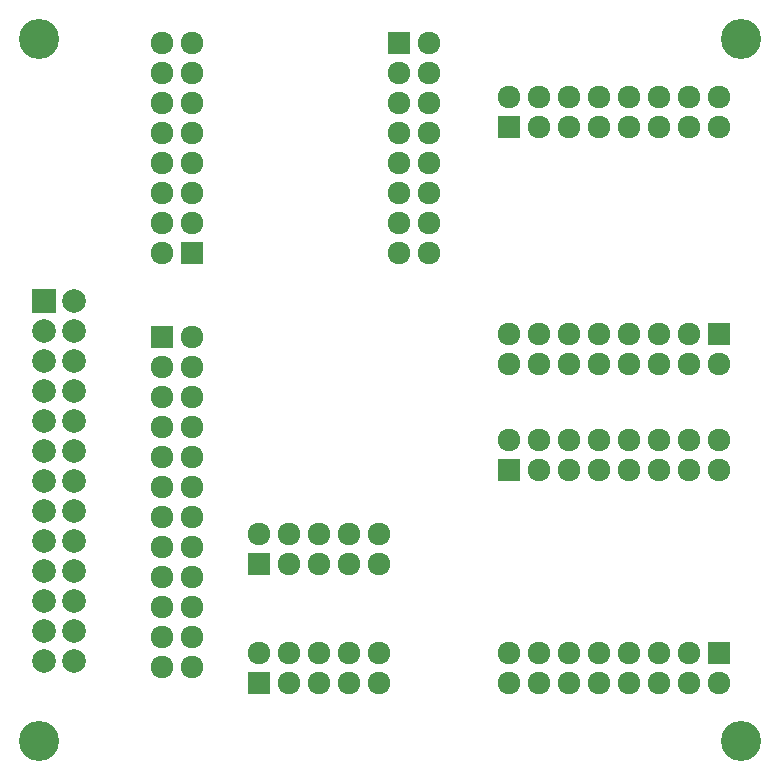
<source format=gbs>
%FSLAX34Y34*%
G04 Gerber Fmt 3.4, Leading zero omitted, Abs format*
G04 (created by PCBNEW (2014-04-07 BZR 4791)-product) date Tue 13 May 2014 05:09:50 PM CEST*
%MOIN*%
G01*
G70*
G90*
G04 APERTURE LIST*
%ADD10C,0.003937*%
%ADD11R,0.075874X0.075874*%
%ADD12O,0.075874X0.075874*%
%ADD13C,0.133874*%
%ADD14R,0.078740X0.078740*%
%ADD15C,0.078740*%
G04 APERTURE END LIST*
G54D10*
G54D11*
X36720Y-37751D03*
G54D12*
X35720Y-37751D03*
X36720Y-36751D03*
X35720Y-36751D03*
X36720Y-35751D03*
X35720Y-35751D03*
X36720Y-34751D03*
X35720Y-34751D03*
X36720Y-33751D03*
X35720Y-33751D03*
X36720Y-32751D03*
X35720Y-32751D03*
X36720Y-31751D03*
X35720Y-31751D03*
X36720Y-30751D03*
X35720Y-30751D03*
G54D11*
X43594Y-30751D03*
G54D12*
X44594Y-30751D03*
X43594Y-31751D03*
X44594Y-31751D03*
X43594Y-32751D03*
X44594Y-32751D03*
X43594Y-33751D03*
X44594Y-33751D03*
X43594Y-34751D03*
X44594Y-34751D03*
X43594Y-35751D03*
X44594Y-35751D03*
X43594Y-36751D03*
X44594Y-36751D03*
X43594Y-37751D03*
X44594Y-37751D03*
G54D11*
X47287Y-33570D03*
G54D12*
X47287Y-32570D03*
X48287Y-33570D03*
X48287Y-32570D03*
X49287Y-33570D03*
X49287Y-32570D03*
X50287Y-33570D03*
X50287Y-32570D03*
X51287Y-33570D03*
X51287Y-32570D03*
X52287Y-33570D03*
X52287Y-32570D03*
X53287Y-33570D03*
X53287Y-32570D03*
X54287Y-33570D03*
X54287Y-32570D03*
G54D11*
X54287Y-40444D03*
G54D12*
X54287Y-41444D03*
X53287Y-40444D03*
X53287Y-41444D03*
X52287Y-40444D03*
X52287Y-41444D03*
X51287Y-40444D03*
X51287Y-41444D03*
X50287Y-40444D03*
X50287Y-41444D03*
X49287Y-40444D03*
X49287Y-41444D03*
X48287Y-40444D03*
X48287Y-41444D03*
X47287Y-40444D03*
X47287Y-41444D03*
G54D11*
X35720Y-40562D03*
G54D12*
X36720Y-40562D03*
X35720Y-41562D03*
X36720Y-41562D03*
X35720Y-42562D03*
X36720Y-42562D03*
X35720Y-43562D03*
X36720Y-43562D03*
X35720Y-44562D03*
X36720Y-44562D03*
X35720Y-45562D03*
X36720Y-45562D03*
X35720Y-46562D03*
X36720Y-46562D03*
X35720Y-47562D03*
X36720Y-47562D03*
X35720Y-48562D03*
X36720Y-48562D03*
X35720Y-49562D03*
X36720Y-49562D03*
X35720Y-50562D03*
X36720Y-50562D03*
X35720Y-51562D03*
X36720Y-51562D03*
G54D13*
X31594Y-54035D03*
X55019Y-54035D03*
G54D11*
X38944Y-52074D03*
G54D12*
X38944Y-51074D03*
X39944Y-52074D03*
X39944Y-51074D03*
X40944Y-52074D03*
X40944Y-51074D03*
X41944Y-52074D03*
X41944Y-51074D03*
X42944Y-52074D03*
X42944Y-51074D03*
G54D13*
X31594Y-30610D03*
X55019Y-30610D03*
G54D14*
X31783Y-39370D03*
G54D15*
X32783Y-39370D03*
X31783Y-40370D03*
X32783Y-40370D03*
X31783Y-41370D03*
X32783Y-41370D03*
X31783Y-42370D03*
X32783Y-42370D03*
X31783Y-43370D03*
X32783Y-43370D03*
X31783Y-44370D03*
X32783Y-44370D03*
X31783Y-45370D03*
X32783Y-45370D03*
X31783Y-46370D03*
X32783Y-46370D03*
X31783Y-47370D03*
X32783Y-47370D03*
X31783Y-48370D03*
X32783Y-48370D03*
X31783Y-49370D03*
X32783Y-49370D03*
X31783Y-50370D03*
X32783Y-50370D03*
X31783Y-51370D03*
X32783Y-51370D03*
G54D11*
X38944Y-48137D03*
G54D12*
X38944Y-47137D03*
X39944Y-48137D03*
X39944Y-47137D03*
X40944Y-48137D03*
X40944Y-47137D03*
X41944Y-48137D03*
X41944Y-47137D03*
X42944Y-48137D03*
X42944Y-47137D03*
G54D11*
X47287Y-44988D03*
G54D12*
X47287Y-43988D03*
X48287Y-44988D03*
X48287Y-43988D03*
X49287Y-44988D03*
X49287Y-43988D03*
X50287Y-44988D03*
X50287Y-43988D03*
X51287Y-44988D03*
X51287Y-43988D03*
X52287Y-44988D03*
X52287Y-43988D03*
X53287Y-44988D03*
X53287Y-43988D03*
X54287Y-44988D03*
X54287Y-43988D03*
G54D11*
X54287Y-51074D03*
G54D12*
X54287Y-52074D03*
X53287Y-51074D03*
X53287Y-52074D03*
X52287Y-51074D03*
X52287Y-52074D03*
X51287Y-51074D03*
X51287Y-52074D03*
X50287Y-51074D03*
X50287Y-52074D03*
X49287Y-51074D03*
X49287Y-52074D03*
X48287Y-51074D03*
X48287Y-52074D03*
X47287Y-51074D03*
X47287Y-52074D03*
M02*

</source>
